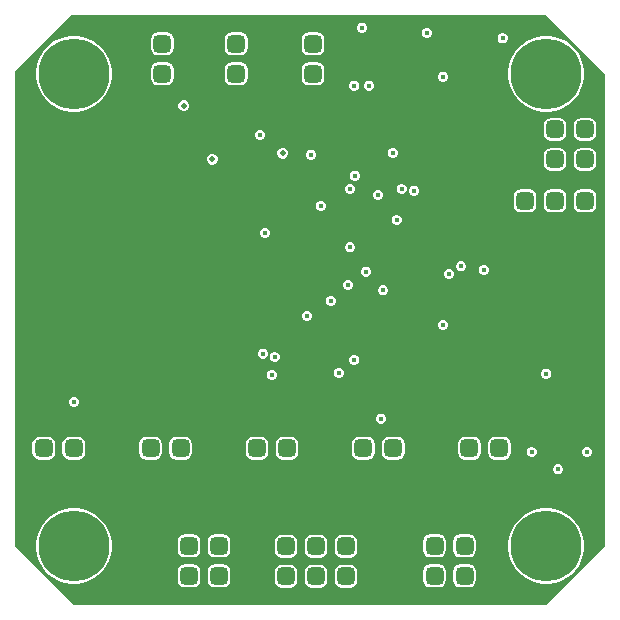
<source format=gbr>
%TF.GenerationSoftware,Altium Limited,Altium Designer,21.5.1 (32)*%
G04 Layer_Physical_Order=2*
G04 Layer_Color=36540*
%FSLAX45Y45*%
%MOMM*%
%TF.SameCoordinates,06A15EC1-A366-40CD-93CB-9F33A424241D*%
%TF.FilePolarity,Positive*%
%TF.FileFunction,Copper,L2,Inr,Signal*%
%TF.Part,Single*%
G01*
G75*
%TA.AperFunction,ComponentPad*%
G04:AMPARAMS|DCode=42|XSize=1.5mm|YSize=1.5mm|CornerRadius=0.375mm|HoleSize=0mm|Usage=FLASHONLY|Rotation=180.000|XOffset=0mm|YOffset=0mm|HoleType=Round|Shape=RoundedRectangle|*
%AMROUNDEDRECTD42*
21,1,1.50000,0.75000,0,0,180.0*
21,1,0.75000,1.50000,0,0,180.0*
1,1,0.75000,-0.37500,0.37500*
1,1,0.75000,0.37500,0.37500*
1,1,0.75000,0.37500,-0.37500*
1,1,0.75000,-0.37500,-0.37500*
%
%ADD42ROUNDEDRECTD42*%
G04:AMPARAMS|DCode=43|XSize=1.5mm|YSize=1.5mm|CornerRadius=0.375mm|HoleSize=0mm|Usage=FLASHONLY|Rotation=270.000|XOffset=0mm|YOffset=0mm|HoleType=Round|Shape=RoundedRectangle|*
%AMROUNDEDRECTD43*
21,1,1.50000,0.75000,0,0,270.0*
21,1,0.75000,1.50000,0,0,270.0*
1,1,0.75000,-0.37500,-0.37500*
1,1,0.75000,-0.37500,0.37500*
1,1,0.75000,0.37500,0.37500*
1,1,0.75000,0.37500,-0.37500*
%
%ADD43ROUNDEDRECTD43*%
%TA.AperFunction,ViaPad*%
%ADD44C,6.00000*%
%ADD45C,0.45000*%
%ADD46C,0.50000*%
%ADD47C,0.60000*%
G36*
X7100000Y5550000D02*
Y1550000D01*
X6600000Y1050000D01*
X2600000D01*
X2100000Y1550000D01*
Y5575000D01*
X2575000Y6050000D01*
X6600000D01*
X7100000Y5550000D01*
D02*
G37*
%LPC*%
G36*
X5048454Y5982500D02*
X5031546D01*
X5015926Y5976030D01*
X5003970Y5964074D01*
X4997500Y5948454D01*
Y5931546D01*
X5003970Y5915926D01*
X5015926Y5903970D01*
X5031546Y5897500D01*
X5048454D01*
X5064074Y5903970D01*
X5076030Y5915926D01*
X5082500Y5931546D01*
Y5948454D01*
X5076030Y5964074D01*
X5064074Y5976030D01*
X5048454Y5982500D01*
D02*
G37*
G36*
X5596454Y5935300D02*
X5579546D01*
X5563926Y5928830D01*
X5551970Y5916874D01*
X5545500Y5901254D01*
Y5884346D01*
X5551970Y5868726D01*
X5563926Y5856770D01*
X5579546Y5850300D01*
X5596454D01*
X5612074Y5856770D01*
X5624030Y5868726D01*
X5630500Y5884346D01*
Y5901254D01*
X5624030Y5916874D01*
X5612074Y5928830D01*
X5596454Y5935300D01*
D02*
G37*
G36*
X6238454Y5892500D02*
X6221546D01*
X6205926Y5886030D01*
X6193970Y5874074D01*
X6187500Y5858454D01*
Y5841546D01*
X6193970Y5825926D01*
X6205926Y5813970D01*
X6221546Y5807500D01*
X6238454D01*
X6254074Y5813970D01*
X6266030Y5825926D01*
X6272500Y5841546D01*
Y5858454D01*
X6266030Y5874074D01*
X6254074Y5886030D01*
X6238454Y5892500D01*
D02*
G37*
G36*
X4662500Y5900126D02*
X4587500D01*
X4565065Y5895664D01*
X4546045Y5882955D01*
X4533336Y5863935D01*
X4528874Y5841500D01*
Y5766500D01*
X4533336Y5744065D01*
X4546045Y5725045D01*
X4565065Y5712337D01*
X4587500Y5707874D01*
X4662500D01*
X4684935Y5712337D01*
X4703955Y5725045D01*
X4716663Y5744065D01*
X4721126Y5766500D01*
Y5841500D01*
X4716663Y5863935D01*
X4703955Y5882955D01*
X4684935Y5895664D01*
X4662500Y5900126D01*
D02*
G37*
G36*
X4012500D02*
X3937500D01*
X3915065Y5895664D01*
X3896045Y5882955D01*
X3883336Y5863935D01*
X3878874Y5841500D01*
Y5766500D01*
X3883336Y5744065D01*
X3896045Y5725045D01*
X3915065Y5712337D01*
X3937500Y5707874D01*
X4012500D01*
X4034935Y5712337D01*
X4053955Y5725045D01*
X4066663Y5744065D01*
X4071126Y5766500D01*
Y5841500D01*
X4066663Y5863935D01*
X4053955Y5882955D01*
X4034935Y5895664D01*
X4012500Y5900126D01*
D02*
G37*
G36*
X3387500D02*
X3312500D01*
X3290065Y5895664D01*
X3271045Y5882955D01*
X3258336Y5863935D01*
X3253874Y5841500D01*
Y5766500D01*
X3258336Y5744065D01*
X3271045Y5725045D01*
X3290065Y5712337D01*
X3312500Y5707874D01*
X3387500D01*
X3409935Y5712337D01*
X3428955Y5725045D01*
X3441663Y5744065D01*
X3446126Y5766500D01*
Y5841500D01*
X3441663Y5863935D01*
X3428955Y5882955D01*
X3409935Y5895664D01*
X3387500Y5900126D01*
D02*
G37*
G36*
X5733454Y5567500D02*
X5716546D01*
X5700926Y5561030D01*
X5688970Y5549074D01*
X5682500Y5533454D01*
Y5516546D01*
X5688970Y5500926D01*
X5700926Y5488970D01*
X5716546Y5482500D01*
X5733454D01*
X5749074Y5488970D01*
X5761030Y5500926D01*
X5767500Y5516546D01*
Y5533454D01*
X5761030Y5549074D01*
X5749074Y5561030D01*
X5733454Y5567500D01*
D02*
G37*
G36*
X4662500Y5646126D02*
X4587500D01*
X4565065Y5641664D01*
X4546045Y5628955D01*
X4533336Y5609935D01*
X4528874Y5587500D01*
Y5512500D01*
X4533336Y5490065D01*
X4546045Y5471045D01*
X4565065Y5458337D01*
X4587500Y5453874D01*
X4662500D01*
X4684935Y5458337D01*
X4703955Y5471045D01*
X4716663Y5490065D01*
X4721126Y5512500D01*
Y5587500D01*
X4716663Y5609935D01*
X4703955Y5628955D01*
X4684935Y5641664D01*
X4662500Y5646126D01*
D02*
G37*
G36*
X4012500D02*
X3937500D01*
X3915065Y5641664D01*
X3896045Y5628955D01*
X3883336Y5609935D01*
X3878874Y5587500D01*
Y5512500D01*
X3883336Y5490065D01*
X3896045Y5471045D01*
X3915065Y5458337D01*
X3937500Y5453874D01*
X4012500D01*
X4034935Y5458337D01*
X4053955Y5471045D01*
X4066663Y5490065D01*
X4071126Y5512500D01*
Y5587500D01*
X4066663Y5609935D01*
X4053955Y5628955D01*
X4034935Y5641664D01*
X4012500Y5646126D01*
D02*
G37*
G36*
X3387500D02*
X3312500D01*
X3290065Y5641664D01*
X3271045Y5628955D01*
X3258336Y5609935D01*
X3253874Y5587500D01*
Y5512500D01*
X3258336Y5490065D01*
X3271045Y5471045D01*
X3290065Y5458337D01*
X3312500Y5453874D01*
X3387500D01*
X3409935Y5458337D01*
X3428955Y5471045D01*
X3441663Y5490065D01*
X3446126Y5512500D01*
Y5587500D01*
X3441663Y5609935D01*
X3428955Y5628955D01*
X3409935Y5641664D01*
X3387500Y5646126D01*
D02*
G37*
G36*
X5108454Y5492500D02*
X5091546D01*
X5075926Y5486030D01*
X5063970Y5474074D01*
X5057500Y5458454D01*
Y5441546D01*
X5063970Y5425926D01*
X5075926Y5413970D01*
X5091546Y5407500D01*
X5108454D01*
X5124074Y5413970D01*
X5136030Y5425926D01*
X5142500Y5441546D01*
Y5458454D01*
X5136030Y5474074D01*
X5124074Y5486030D01*
X5108454Y5492500D01*
D02*
G37*
G36*
X4983454D02*
X4966546D01*
X4950926Y5486030D01*
X4938970Y5474074D01*
X4932500Y5458454D01*
Y5441546D01*
X4938970Y5425926D01*
X4950926Y5413970D01*
X4966546Y5407500D01*
X4983454D01*
X4999074Y5413970D01*
X5011030Y5425926D01*
X5017500Y5441546D01*
Y5458454D01*
X5011030Y5474074D01*
X4999074Y5486030D01*
X4983454Y5492500D01*
D02*
G37*
G36*
X3538951Y5325000D02*
X3521049D01*
X3504510Y5318149D01*
X3491851Y5305491D01*
X3485000Y5288951D01*
Y5271049D01*
X3491851Y5254510D01*
X3504510Y5241851D01*
X3521049Y5235000D01*
X3538951D01*
X3555490Y5241851D01*
X3568149Y5254510D01*
X3575000Y5271049D01*
Y5288951D01*
X3568149Y5305491D01*
X3555490Y5318149D01*
X3538951Y5325000D01*
D02*
G37*
G36*
X6625185Y5870000D02*
X6574815D01*
X6525066Y5862120D01*
X6477163Y5846555D01*
X6432284Y5823688D01*
X6391534Y5794082D01*
X6355918Y5758466D01*
X6326311Y5717716D01*
X6303444Y5672837D01*
X6287879Y5624933D01*
X6280000Y5575184D01*
Y5524815D01*
X6287879Y5475066D01*
X6303444Y5427162D01*
X6326311Y5382283D01*
X6355918Y5341534D01*
X6391534Y5305918D01*
X6432284Y5276311D01*
X6477163Y5253444D01*
X6525066Y5237879D01*
X6574815Y5230000D01*
X6625185D01*
X6674934Y5237879D01*
X6722837Y5253444D01*
X6767716Y5276311D01*
X6808466Y5305918D01*
X6844082Y5341534D01*
X6873689Y5382283D01*
X6896556Y5427162D01*
X6912121Y5475066D01*
X6920000Y5524815D01*
Y5575184D01*
X6912121Y5624933D01*
X6896556Y5672837D01*
X6873689Y5717716D01*
X6844082Y5758466D01*
X6808466Y5794082D01*
X6767716Y5823688D01*
X6722837Y5846555D01*
X6674934Y5862120D01*
X6625185Y5870000D01*
D02*
G37*
G36*
X2625185D02*
X2574816D01*
X2525067Y5862120D01*
X2477163Y5846555D01*
X2432284Y5823688D01*
X2391534Y5794082D01*
X2355918Y5758466D01*
X2326312Y5717716D01*
X2303444Y5672837D01*
X2287880Y5624933D01*
X2280000Y5575184D01*
Y5524815D01*
X2287880Y5475066D01*
X2303444Y5427162D01*
X2326312Y5382283D01*
X2355918Y5341534D01*
X2391534Y5305918D01*
X2432284Y5276311D01*
X2477163Y5253444D01*
X2525067Y5237879D01*
X2574816Y5230000D01*
X2625185D01*
X2674934Y5237879D01*
X2722838Y5253444D01*
X2767717Y5276311D01*
X2808466Y5305918D01*
X2844082Y5341534D01*
X2873689Y5382283D01*
X2896556Y5427162D01*
X2912121Y5475066D01*
X2920000Y5524815D01*
Y5575184D01*
X2912121Y5624933D01*
X2896556Y5672837D01*
X2873689Y5717716D01*
X2844082Y5758466D01*
X2808466Y5794082D01*
X2767717Y5823688D01*
X2722838Y5846555D01*
X2674934Y5862120D01*
X2625185Y5870000D01*
D02*
G37*
G36*
X4186754Y5071700D02*
X4169846D01*
X4154226Y5065230D01*
X4142270Y5053274D01*
X4135800Y5037654D01*
Y5020746D01*
X4142270Y5005126D01*
X4154226Y4993170D01*
X4169846Y4986700D01*
X4186754D01*
X4202374Y4993170D01*
X4214330Y5005126D01*
X4220800Y5020746D01*
Y5037654D01*
X4214330Y5053274D01*
X4202374Y5065230D01*
X4186754Y5071700D01*
D02*
G37*
G36*
X6966500Y5175126D02*
X6891500D01*
X6869065Y5170663D01*
X6850045Y5157954D01*
X6837337Y5138934D01*
X6832874Y5116499D01*
Y5041499D01*
X6837337Y5019064D01*
X6850045Y5000044D01*
X6869065Y4987336D01*
X6891500Y4982873D01*
X6966500D01*
X6988935Y4987336D01*
X7007955Y5000044D01*
X7020664Y5019064D01*
X7025126Y5041499D01*
Y5116499D01*
X7020664Y5138934D01*
X7007955Y5157954D01*
X6988935Y5170663D01*
X6966500Y5175126D01*
D02*
G37*
G36*
X6712500D02*
X6637500D01*
X6615065Y5170663D01*
X6596045Y5157954D01*
X6583337Y5138934D01*
X6578874Y5116499D01*
Y5041499D01*
X6583337Y5019064D01*
X6596045Y5000044D01*
X6615065Y4987336D01*
X6637500Y4982873D01*
X6712500D01*
X6734935Y4987336D01*
X6753955Y5000044D01*
X6766664Y5019064D01*
X6771126Y5041499D01*
Y5116499D01*
X6766664Y5138934D01*
X6753955Y5157954D01*
X6734935Y5170663D01*
X6712500Y5175126D01*
D02*
G37*
G36*
X5308454Y4922500D02*
X5291546D01*
X5275926Y4916030D01*
X5263970Y4904074D01*
X5257500Y4888454D01*
Y4871546D01*
X5263970Y4855926D01*
X5275926Y4843970D01*
X5291546Y4837500D01*
X5308454D01*
X5324074Y4843970D01*
X5336030Y4855926D01*
X5342500Y4871546D01*
Y4888454D01*
X5336030Y4904074D01*
X5324074Y4916030D01*
X5308454Y4922500D01*
D02*
G37*
G36*
X4377751Y4921800D02*
X4359849D01*
X4343310Y4914949D01*
X4330651Y4902290D01*
X4323800Y4885751D01*
Y4867849D01*
X4330651Y4851310D01*
X4343310Y4838651D01*
X4359849Y4831800D01*
X4377751D01*
X4394290Y4838651D01*
X4406949Y4851310D01*
X4413800Y4867849D01*
Y4885751D01*
X4406949Y4902290D01*
X4394290Y4914949D01*
X4377751Y4921800D01*
D02*
G37*
G36*
X4618554Y4906600D02*
X4601646D01*
X4586026Y4900130D01*
X4574070Y4888174D01*
X4567600Y4872554D01*
Y4855646D01*
X4574070Y4840026D01*
X4586026Y4828070D01*
X4601646Y4821600D01*
X4618554D01*
X4634174Y4828070D01*
X4646130Y4840026D01*
X4652600Y4855646D01*
Y4872554D01*
X4646130Y4888174D01*
X4634174Y4900130D01*
X4618554Y4906600D01*
D02*
G37*
G36*
X3780851Y4871000D02*
X3762949D01*
X3746410Y4864149D01*
X3733751Y4851490D01*
X3726900Y4834951D01*
Y4817049D01*
X3733751Y4800510D01*
X3746410Y4787851D01*
X3762949Y4781000D01*
X3780851D01*
X3797390Y4787851D01*
X3810049Y4800510D01*
X3816900Y4817049D01*
Y4834951D01*
X3810049Y4851490D01*
X3797390Y4864149D01*
X3780851Y4871000D01*
D02*
G37*
G36*
X6966500Y4921126D02*
X6891500D01*
X6869065Y4916663D01*
X6850045Y4903954D01*
X6837337Y4884934D01*
X6832874Y4862499D01*
Y4787499D01*
X6837337Y4765064D01*
X6850045Y4746044D01*
X6869065Y4733336D01*
X6891500Y4728873D01*
X6966500D01*
X6988935Y4733336D01*
X7007955Y4746044D01*
X7020664Y4765064D01*
X7025126Y4787499D01*
Y4862499D01*
X7020664Y4884934D01*
X7007955Y4903954D01*
X6988935Y4916663D01*
X6966500Y4921126D01*
D02*
G37*
G36*
X6712500D02*
X6637500D01*
X6615065Y4916663D01*
X6596045Y4903954D01*
X6583337Y4884934D01*
X6578874Y4862499D01*
Y4787499D01*
X6583337Y4765064D01*
X6596045Y4746044D01*
X6615065Y4733336D01*
X6637500Y4728873D01*
X6712500D01*
X6734935Y4733336D01*
X6753955Y4746044D01*
X6766664Y4765064D01*
X6771126Y4787499D01*
Y4862499D01*
X6766664Y4884934D01*
X6753955Y4903954D01*
X6734935Y4916663D01*
X6712500Y4921126D01*
D02*
G37*
G36*
X4986854Y4728800D02*
X4969946D01*
X4954326Y4722330D01*
X4942370Y4710374D01*
X4935900Y4694754D01*
Y4677846D01*
X4942370Y4662226D01*
X4954326Y4650270D01*
X4969946Y4643800D01*
X4986854D01*
X5002474Y4650270D01*
X5014430Y4662226D01*
X5020900Y4677846D01*
Y4694754D01*
X5014430Y4710374D01*
X5002474Y4722330D01*
X4986854Y4728800D01*
D02*
G37*
G36*
X5383454Y4617500D02*
X5366546D01*
X5350926Y4611030D01*
X5338970Y4599074D01*
X5332500Y4583454D01*
Y4566546D01*
X5338970Y4550926D01*
X5350926Y4538970D01*
X5366546Y4532500D01*
X5383454D01*
X5399074Y4538970D01*
X5411030Y4550926D01*
X5417500Y4566546D01*
Y4583454D01*
X5411030Y4599074D01*
X5399074Y4611030D01*
X5383454Y4617500D01*
D02*
G37*
G36*
X4946355D02*
X4929448D01*
X4913827Y4611030D01*
X4901872Y4599074D01*
X4895402Y4583454D01*
Y4566546D01*
X4901872Y4550926D01*
X4913827Y4538970D01*
X4929448Y4532500D01*
X4946355D01*
X4961976Y4538970D01*
X4973931Y4550926D01*
X4980401Y4566546D01*
Y4583454D01*
X4973931Y4599074D01*
X4961976Y4611030D01*
X4946355Y4617500D01*
D02*
G37*
G36*
X5488454Y4602500D02*
X5471546D01*
X5455926Y4596030D01*
X5443970Y4584074D01*
X5437500Y4568454D01*
Y4551546D01*
X5443970Y4535926D01*
X5455926Y4523970D01*
X5471546Y4517500D01*
X5488454D01*
X5504074Y4523970D01*
X5516030Y4535926D01*
X5522500Y4551546D01*
Y4568454D01*
X5516030Y4584074D01*
X5504074Y4596030D01*
X5488454Y4602500D01*
D02*
G37*
G36*
X5183455Y4567499D02*
X5166548D01*
X5150927Y4561028D01*
X5138972Y4549073D01*
X5132502Y4533452D01*
Y4516545D01*
X5138972Y4500925D01*
X5150927Y4488969D01*
X5166548Y4482499D01*
X5183455D01*
X5199075Y4488969D01*
X5211031Y4500925D01*
X5217501Y4516545D01*
Y4533452D01*
X5211031Y4549073D01*
X5199075Y4561028D01*
X5183455Y4567499D01*
D02*
G37*
G36*
X4698454Y4472500D02*
X4681546D01*
X4665926Y4466030D01*
X4653970Y4454074D01*
X4647500Y4438454D01*
Y4421546D01*
X4653970Y4405926D01*
X4665926Y4393970D01*
X4681546Y4387500D01*
X4698454D01*
X4714074Y4393970D01*
X4726030Y4405926D01*
X4732500Y4421546D01*
Y4438454D01*
X4726030Y4454074D01*
X4714074Y4466030D01*
X4698454Y4472500D01*
D02*
G37*
G36*
X6966500Y4571126D02*
X6891500D01*
X6869065Y4566663D01*
X6850045Y4553955D01*
X6837337Y4534935D01*
X6832874Y4512500D01*
Y4437500D01*
X6837337Y4415065D01*
X6850045Y4396045D01*
X6869065Y4383336D01*
X6891500Y4378874D01*
X6966500D01*
X6988935Y4383336D01*
X7007955Y4396045D01*
X7020664Y4415065D01*
X7025126Y4437500D01*
Y4512500D01*
X7020664Y4534935D01*
X7007955Y4553955D01*
X6988935Y4566663D01*
X6966500Y4571126D01*
D02*
G37*
G36*
X6712500D02*
X6637500D01*
X6615065Y4566663D01*
X6596045Y4553955D01*
X6583337Y4534935D01*
X6578874Y4512500D01*
Y4437500D01*
X6583337Y4415065D01*
X6596045Y4396045D01*
X6615065Y4383336D01*
X6637500Y4378874D01*
X6712500D01*
X6734935Y4383336D01*
X6753955Y4396045D01*
X6766664Y4415065D01*
X6771126Y4437500D01*
Y4512500D01*
X6766664Y4534935D01*
X6753955Y4553955D01*
X6734935Y4566663D01*
X6712500Y4571126D01*
D02*
G37*
G36*
X6458500D02*
X6383500D01*
X6361065Y4566663D01*
X6342045Y4553955D01*
X6329337Y4534935D01*
X6324874Y4512500D01*
Y4437500D01*
X6329337Y4415065D01*
X6342045Y4396045D01*
X6361065Y4383336D01*
X6383500Y4378874D01*
X6458500D01*
X6480935Y4383336D01*
X6499955Y4396045D01*
X6512664Y4415065D01*
X6517126Y4437500D01*
Y4512500D01*
X6512664Y4534935D01*
X6499955Y4553955D01*
X6480935Y4566663D01*
X6458500Y4571126D01*
D02*
G37*
G36*
X5340955Y4352500D02*
X5324048D01*
X5308427Y4346030D01*
X5296472Y4334074D01*
X5290001Y4318454D01*
Y4301546D01*
X5296472Y4285926D01*
X5308427Y4273970D01*
X5324048Y4267500D01*
X5340955D01*
X5356575Y4273970D01*
X5368531Y4285926D01*
X5375001Y4301546D01*
Y4318454D01*
X5368531Y4334074D01*
X5356575Y4346030D01*
X5340955Y4352500D01*
D02*
G37*
G36*
X4228454Y4242500D02*
X4211546D01*
X4195926Y4236030D01*
X4183970Y4224074D01*
X4177500Y4208454D01*
Y4191546D01*
X4183970Y4175926D01*
X4195926Y4163970D01*
X4211546Y4157500D01*
X4228454D01*
X4244074Y4163970D01*
X4256030Y4175926D01*
X4262500Y4191546D01*
Y4208454D01*
X4256030Y4224074D01*
X4244074Y4236030D01*
X4228454Y4242500D01*
D02*
G37*
G36*
X4948454Y4122500D02*
X4931546D01*
X4915926Y4116030D01*
X4903970Y4104074D01*
X4897500Y4088454D01*
Y4071546D01*
X4903970Y4055926D01*
X4915926Y4043970D01*
X4931546Y4037500D01*
X4948454D01*
X4964074Y4043970D01*
X4976030Y4055926D01*
X4982500Y4071546D01*
Y4088454D01*
X4976030Y4104074D01*
X4964074Y4116030D01*
X4948454Y4122500D01*
D02*
G37*
G36*
X5886014Y3961720D02*
X5869106D01*
X5853486Y3955250D01*
X5841530Y3943294D01*
X5835060Y3927674D01*
Y3910766D01*
X5841530Y3895146D01*
X5853486Y3883190D01*
X5869106Y3876720D01*
X5886014D01*
X5901634Y3883190D01*
X5913590Y3895146D01*
X5920060Y3910766D01*
Y3927674D01*
X5913590Y3943294D01*
X5901634Y3955250D01*
X5886014Y3961720D01*
D02*
G37*
G36*
X6078454Y3932500D02*
X6061546D01*
X6045926Y3926030D01*
X6033970Y3914074D01*
X6027500Y3898454D01*
Y3881546D01*
X6033970Y3865926D01*
X6045926Y3853970D01*
X6061546Y3847500D01*
X6078454D01*
X6094074Y3853970D01*
X6106030Y3865926D01*
X6112500Y3881546D01*
Y3898454D01*
X6106030Y3914074D01*
X6094074Y3926030D01*
X6078454Y3932500D01*
D02*
G37*
G36*
X5083454Y3917500D02*
X5066546D01*
X5050926Y3911030D01*
X5038970Y3899074D01*
X5032500Y3883454D01*
Y3866546D01*
X5038970Y3850926D01*
X5050926Y3838970D01*
X5066546Y3832500D01*
X5083454D01*
X5099074Y3838970D01*
X5111030Y3850926D01*
X5117500Y3866546D01*
Y3883454D01*
X5111030Y3899074D01*
X5099074Y3911030D01*
X5083454Y3917500D01*
D02*
G37*
G36*
X5783454Y3895399D02*
X5766546D01*
X5750926Y3888929D01*
X5738970Y3876974D01*
X5732500Y3861353D01*
Y3844446D01*
X5738970Y3828825D01*
X5750926Y3816870D01*
X5766546Y3810400D01*
X5783454D01*
X5799074Y3816870D01*
X5811030Y3828825D01*
X5817500Y3844446D01*
Y3861353D01*
X5811030Y3876974D01*
X5799074Y3888929D01*
X5783454Y3895399D01*
D02*
G37*
G36*
X4928454Y3802500D02*
X4911546D01*
X4895926Y3796030D01*
X4883970Y3784074D01*
X4877500Y3768454D01*
Y3751546D01*
X4883970Y3735926D01*
X4895926Y3723970D01*
X4911546Y3717500D01*
X4928454D01*
X4944074Y3723970D01*
X4956030Y3735926D01*
X4962500Y3751546D01*
Y3768454D01*
X4956030Y3784074D01*
X4944074Y3796030D01*
X4928454Y3802500D01*
D02*
G37*
G36*
X5224322Y3758368D02*
X5207415D01*
X5191794Y3751898D01*
X5179839Y3739942D01*
X5173369Y3724322D01*
Y3707415D01*
X5179839Y3691794D01*
X5191794Y3679839D01*
X5207415Y3673369D01*
X5224322D01*
X5239943Y3679839D01*
X5251898Y3691794D01*
X5258368Y3707415D01*
Y3724322D01*
X5251898Y3739942D01*
X5239943Y3751898D01*
X5224322Y3758368D01*
D02*
G37*
G36*
X4783454Y3667500D02*
X4766546D01*
X4750926Y3661030D01*
X4738970Y3649074D01*
X4732500Y3633454D01*
Y3616546D01*
X4738970Y3600926D01*
X4750926Y3588970D01*
X4766546Y3582500D01*
X4783454D01*
X4799074Y3588970D01*
X4811030Y3600926D01*
X4817500Y3616546D01*
Y3633454D01*
X4811030Y3649074D01*
X4799074Y3661030D01*
X4783454Y3667500D01*
D02*
G37*
G36*
X4583454Y3542500D02*
X4566546D01*
X4550926Y3536030D01*
X4538970Y3524074D01*
X4532500Y3508454D01*
Y3491546D01*
X4538970Y3475926D01*
X4550926Y3463970D01*
X4566546Y3457500D01*
X4583454D01*
X4599074Y3463970D01*
X4611030Y3475926D01*
X4617500Y3491546D01*
Y3508454D01*
X4611030Y3524074D01*
X4599074Y3536030D01*
X4583454Y3542500D01*
D02*
G37*
G36*
X5735554Y3465400D02*
X5718646D01*
X5703026Y3458930D01*
X5691070Y3446974D01*
X5684600Y3431354D01*
Y3414446D01*
X5691070Y3398826D01*
X5703026Y3386870D01*
X5718646Y3380400D01*
X5735554D01*
X5751174Y3386870D01*
X5763130Y3398826D01*
X5769600Y3414446D01*
Y3431354D01*
X5763130Y3446974D01*
X5751174Y3458930D01*
X5735554Y3465400D01*
D02*
G37*
G36*
X4208454Y3222500D02*
X4191546D01*
X4175926Y3216030D01*
X4163970Y3204074D01*
X4157500Y3188454D01*
Y3171546D01*
X4163970Y3155926D01*
X4175926Y3143970D01*
X4191546Y3137500D01*
X4208454D01*
X4224074Y3143970D01*
X4236030Y3155926D01*
X4242500Y3171546D01*
Y3188454D01*
X4236030Y3204074D01*
X4224074Y3216030D01*
X4208454Y3222500D01*
D02*
G37*
G36*
X4308454Y3192500D02*
X4291546D01*
X4275926Y3186030D01*
X4263970Y3174074D01*
X4257500Y3158454D01*
Y3141546D01*
X4263970Y3125926D01*
X4275926Y3113970D01*
X4291546Y3107500D01*
X4308454D01*
X4324074Y3113970D01*
X4336030Y3125926D01*
X4342500Y3141546D01*
Y3158454D01*
X4336030Y3174074D01*
X4324074Y3186030D01*
X4308454Y3192500D01*
D02*
G37*
G36*
X4983454Y3167500D02*
X4966546D01*
X4950926Y3161030D01*
X4938970Y3149074D01*
X4932500Y3133454D01*
Y3116546D01*
X4938970Y3100926D01*
X4950926Y3088970D01*
X4966546Y3082500D01*
X4983454D01*
X4999074Y3088970D01*
X5011030Y3100926D01*
X5017500Y3116546D01*
Y3133454D01*
X5011030Y3149074D01*
X4999074Y3161030D01*
X4983454Y3167500D01*
D02*
G37*
G36*
X4850739Y3056914D02*
X4833831D01*
X4818211Y3050444D01*
X4806255Y3038488D01*
X4799785Y3022868D01*
Y3005960D01*
X4806255Y2990340D01*
X4818211Y2978384D01*
X4833831Y2971914D01*
X4850739D01*
X4866359Y2978384D01*
X4878315Y2990340D01*
X4884785Y3005960D01*
Y3022868D01*
X4878315Y3038488D01*
X4866359Y3050444D01*
X4850739Y3056914D01*
D02*
G37*
G36*
X6608454Y3052500D02*
X6591546D01*
X6575926Y3046030D01*
X6563970Y3034074D01*
X6557500Y3018454D01*
Y3001546D01*
X6563970Y2985926D01*
X6575926Y2973970D01*
X6591546Y2967500D01*
X6608454D01*
X6624074Y2973970D01*
X6636030Y2985926D01*
X6642500Y3001546D01*
Y3018454D01*
X6636030Y3034074D01*
X6624074Y3046030D01*
X6608454Y3052500D01*
D02*
G37*
G36*
X4283454Y3042500D02*
X4266546D01*
X4250926Y3036030D01*
X4238970Y3024074D01*
X4232500Y3008454D01*
Y2991546D01*
X4238970Y2975926D01*
X4250926Y2963970D01*
X4266546Y2957500D01*
X4283454D01*
X4299074Y2963970D01*
X4311030Y2975926D01*
X4317500Y2991546D01*
Y3008454D01*
X4311030Y3024074D01*
X4299074Y3036030D01*
X4283454Y3042500D01*
D02*
G37*
G36*
X2611954Y2811100D02*
X2595046D01*
X2579426Y2804630D01*
X2567470Y2792674D01*
X2561000Y2777054D01*
Y2760146D01*
X2567470Y2744526D01*
X2579426Y2732570D01*
X2595046Y2726100D01*
X2611954D01*
X2627574Y2732570D01*
X2639530Y2744526D01*
X2646000Y2760146D01*
Y2777054D01*
X2639530Y2792674D01*
X2627574Y2804630D01*
X2611954Y2811100D01*
D02*
G37*
G36*
X5208454Y2672500D02*
X5191546D01*
X5175926Y2666030D01*
X5163970Y2654074D01*
X5157500Y2638454D01*
Y2621546D01*
X5163970Y2605926D01*
X5175926Y2593970D01*
X5191546Y2587500D01*
X5208454D01*
X5224074Y2593970D01*
X5236030Y2605926D01*
X5242500Y2621546D01*
Y2638454D01*
X5236030Y2654074D01*
X5224074Y2666030D01*
X5208454Y2672500D01*
D02*
G37*
G36*
X6953954Y2388000D02*
X6937046D01*
X6921426Y2381530D01*
X6909470Y2369574D01*
X6903000Y2353954D01*
Y2337046D01*
X6909470Y2321426D01*
X6921426Y2309470D01*
X6937046Y2303000D01*
X6953954D01*
X6969574Y2309470D01*
X6981530Y2321426D01*
X6988000Y2337046D01*
Y2353954D01*
X6981530Y2369574D01*
X6969574Y2381530D01*
X6953954Y2388000D01*
D02*
G37*
G36*
X6483954D02*
X6467047D01*
X6451426Y2381530D01*
X6439470Y2369574D01*
X6433000Y2353954D01*
Y2337046D01*
X6439470Y2321426D01*
X6451426Y2309470D01*
X6467047Y2303000D01*
X6483954D01*
X6499574Y2309470D01*
X6511530Y2321426D01*
X6518000Y2337046D01*
Y2353954D01*
X6511530Y2369574D01*
X6499574Y2381530D01*
X6483954Y2388000D01*
D02*
G37*
G36*
X6241499Y2475126D02*
X6166499D01*
X6144064Y2470664D01*
X6125044Y2457955D01*
X6112335Y2438935D01*
X6107872Y2416500D01*
Y2341500D01*
X6112335Y2319065D01*
X6125044Y2300045D01*
X6144064Y2287337D01*
X6166499Y2282874D01*
X6241499D01*
X6263934Y2287337D01*
X6282954Y2300045D01*
X6295662Y2319065D01*
X6300125Y2341500D01*
Y2416500D01*
X6295662Y2438935D01*
X6282954Y2457955D01*
X6263934Y2470664D01*
X6241499Y2475126D01*
D02*
G37*
G36*
X5987499D02*
X5912499D01*
X5890064Y2470664D01*
X5871044Y2457955D01*
X5858335Y2438935D01*
X5853872Y2416500D01*
Y2341500D01*
X5858335Y2319065D01*
X5871044Y2300045D01*
X5890064Y2287337D01*
X5912499Y2282874D01*
X5987499D01*
X6009934Y2287337D01*
X6028954Y2300045D01*
X6041662Y2319065D01*
X6046125Y2341500D01*
Y2416500D01*
X6041662Y2438935D01*
X6028954Y2457955D01*
X6009934Y2470664D01*
X5987499Y2475126D01*
D02*
G37*
G36*
X5341499D02*
X5266499D01*
X5244064Y2470664D01*
X5225044Y2457955D01*
X5212335Y2438935D01*
X5207872Y2416500D01*
Y2341500D01*
X5212335Y2319065D01*
X5225044Y2300045D01*
X5244064Y2287337D01*
X5266499Y2282874D01*
X5341499D01*
X5363934Y2287337D01*
X5382954Y2300045D01*
X5395662Y2319065D01*
X5400125Y2341500D01*
Y2416500D01*
X5395662Y2438935D01*
X5382954Y2457955D01*
X5363934Y2470664D01*
X5341499Y2475126D01*
D02*
G37*
G36*
X5087499D02*
X5012499D01*
X4990064Y2470664D01*
X4971044Y2457955D01*
X4958335Y2438935D01*
X4953872Y2416500D01*
Y2341500D01*
X4958335Y2319065D01*
X4971044Y2300045D01*
X4990064Y2287337D01*
X5012499Y2282874D01*
X5087499D01*
X5109934Y2287337D01*
X5128954Y2300045D01*
X5141662Y2319065D01*
X5146125Y2341500D01*
Y2416500D01*
X5141662Y2438935D01*
X5128954Y2457955D01*
X5109934Y2470664D01*
X5087499Y2475126D01*
D02*
G37*
G36*
X4441499D02*
X4366499D01*
X4344064Y2470664D01*
X4325044Y2457955D01*
X4312336Y2438935D01*
X4307873Y2416500D01*
Y2341500D01*
X4312336Y2319065D01*
X4325044Y2300045D01*
X4344064Y2287337D01*
X4366499Y2282874D01*
X4441499D01*
X4463934Y2287337D01*
X4482954Y2300045D01*
X4495663Y2319065D01*
X4500125Y2341500D01*
Y2416500D01*
X4495663Y2438935D01*
X4482954Y2457955D01*
X4463934Y2470664D01*
X4441499Y2475126D01*
D02*
G37*
G36*
X4187499D02*
X4112499D01*
X4090064Y2470664D01*
X4071044Y2457955D01*
X4058336Y2438935D01*
X4053873Y2416500D01*
Y2341500D01*
X4058336Y2319065D01*
X4071044Y2300045D01*
X4090064Y2287337D01*
X4112499Y2282874D01*
X4187499D01*
X4209934Y2287337D01*
X4228954Y2300045D01*
X4241663Y2319065D01*
X4246125Y2341500D01*
Y2416500D01*
X4241663Y2438935D01*
X4228954Y2457955D01*
X4209934Y2470664D01*
X4187499Y2475126D01*
D02*
G37*
G36*
X3541499D02*
X3466500D01*
X3444064Y2470664D01*
X3425044Y2457955D01*
X3412336Y2438935D01*
X3407873Y2416500D01*
Y2341500D01*
X3412336Y2319065D01*
X3425044Y2300045D01*
X3444064Y2287337D01*
X3466500Y2282874D01*
X3541499D01*
X3563934Y2287337D01*
X3582954Y2300045D01*
X3595663Y2319065D01*
X3600126Y2341500D01*
Y2416500D01*
X3595663Y2438935D01*
X3582954Y2457955D01*
X3563934Y2470664D01*
X3541499Y2475126D01*
D02*
G37*
G36*
X3287499D02*
X3212500D01*
X3190064Y2470664D01*
X3171044Y2457955D01*
X3158336Y2438935D01*
X3153873Y2416500D01*
Y2341500D01*
X3158336Y2319065D01*
X3171044Y2300045D01*
X3190064Y2287337D01*
X3212500Y2282874D01*
X3287499D01*
X3309934Y2287337D01*
X3328954Y2300045D01*
X3341663Y2319065D01*
X3346126Y2341500D01*
Y2416500D01*
X3341663Y2438935D01*
X3328954Y2457955D01*
X3309934Y2470664D01*
X3287499Y2475126D01*
D02*
G37*
G36*
X2637500D02*
X2562500D01*
X2540065Y2470664D01*
X2521045Y2457955D01*
X2508336Y2438935D01*
X2503874Y2416500D01*
Y2341500D01*
X2508336Y2319065D01*
X2521045Y2300045D01*
X2540065Y2287337D01*
X2562500Y2282874D01*
X2637500D01*
X2659935Y2287337D01*
X2678955Y2300045D01*
X2691663Y2319065D01*
X2696126Y2341500D01*
Y2416500D01*
X2691663Y2438935D01*
X2678955Y2457955D01*
X2659935Y2470664D01*
X2637500Y2475126D01*
D02*
G37*
G36*
X2383500D02*
X2308500D01*
X2286065Y2470664D01*
X2267045Y2457955D01*
X2254336Y2438935D01*
X2249874Y2416500D01*
Y2341500D01*
X2254336Y2319065D01*
X2267045Y2300045D01*
X2286065Y2287337D01*
X2308500Y2282874D01*
X2383500D01*
X2405935Y2287337D01*
X2424955Y2300045D01*
X2437663Y2319065D01*
X2442126Y2341500D01*
Y2416500D01*
X2437663Y2438935D01*
X2424955Y2457955D01*
X2405935Y2470664D01*
X2383500Y2475126D01*
D02*
G37*
G36*
X6708454Y2242500D02*
X6691546D01*
X6675926Y2236030D01*
X6663970Y2224074D01*
X6657500Y2208454D01*
Y2191546D01*
X6663970Y2175926D01*
X6675926Y2163970D01*
X6691546Y2157500D01*
X6708454D01*
X6724074Y2163970D01*
X6736030Y2175926D01*
X6742500Y2191546D01*
Y2208454D01*
X6736030Y2224074D01*
X6724074Y2236030D01*
X6708454Y2242500D01*
D02*
G37*
G36*
X5945500Y1650126D02*
X5870500D01*
X5848065Y1645663D01*
X5829045Y1632955D01*
X5816337Y1613935D01*
X5811874Y1591500D01*
Y1516500D01*
X5816337Y1494065D01*
X5829045Y1475045D01*
X5848065Y1462336D01*
X5870500Y1457874D01*
X5945500D01*
X5967935Y1462336D01*
X5986955Y1475045D01*
X5999664Y1494065D01*
X6004126Y1516500D01*
Y1591500D01*
X5999664Y1613935D01*
X5986955Y1632955D01*
X5967935Y1645663D01*
X5945500Y1650126D01*
D02*
G37*
G36*
X5691500D02*
X5616500D01*
X5594065Y1645663D01*
X5575045Y1632955D01*
X5562337Y1613935D01*
X5557874Y1591500D01*
Y1516500D01*
X5562337Y1494065D01*
X5575045Y1475045D01*
X5594065Y1462336D01*
X5616500Y1457874D01*
X5691500D01*
X5713935Y1462336D01*
X5732955Y1475045D01*
X5745664Y1494065D01*
X5750126Y1516500D01*
Y1591500D01*
X5745664Y1613935D01*
X5732955Y1632955D01*
X5713935Y1645663D01*
X5691500Y1650126D01*
D02*
G37*
G36*
X3866500D02*
X3791500D01*
X3769065Y1645663D01*
X3750045Y1632955D01*
X3737336Y1613935D01*
X3732874Y1591500D01*
Y1516500D01*
X3737336Y1494065D01*
X3750045Y1475045D01*
X3769065Y1462336D01*
X3791500Y1457874D01*
X3866500D01*
X3888935Y1462336D01*
X3907955Y1475045D01*
X3920663Y1494065D01*
X3925126Y1516500D01*
Y1591500D01*
X3920663Y1613935D01*
X3907955Y1632955D01*
X3888935Y1645663D01*
X3866500Y1650126D01*
D02*
G37*
G36*
X3612500D02*
X3537500D01*
X3515065Y1645663D01*
X3496045Y1632955D01*
X3483336Y1613935D01*
X3478874Y1591500D01*
Y1516500D01*
X3483336Y1494065D01*
X3496045Y1475045D01*
X3515065Y1462336D01*
X3537500Y1457874D01*
X3612500D01*
X3634935Y1462336D01*
X3653955Y1475045D01*
X3666663Y1494065D01*
X3671126Y1516500D01*
Y1591500D01*
X3666663Y1613935D01*
X3653955Y1632955D01*
X3634935Y1645663D01*
X3612500Y1650126D01*
D02*
G37*
G36*
X4941500Y1646126D02*
X4866500D01*
X4844065Y1641663D01*
X4825045Y1628955D01*
X4812337Y1609935D01*
X4807874Y1587500D01*
Y1512500D01*
X4812337Y1490065D01*
X4825045Y1471045D01*
X4844065Y1458336D01*
X4866500Y1453874D01*
X4941500D01*
X4963935Y1458336D01*
X4982955Y1471045D01*
X4995664Y1490065D01*
X5000126Y1512500D01*
Y1587500D01*
X4995664Y1609935D01*
X4982955Y1628955D01*
X4963935Y1641663D01*
X4941500Y1646126D01*
D02*
G37*
G36*
X4687500D02*
X4612500D01*
X4590065Y1641663D01*
X4571045Y1628955D01*
X4558337Y1609935D01*
X4553874Y1587500D01*
Y1512500D01*
X4558337Y1490065D01*
X4571045Y1471045D01*
X4590065Y1458336D01*
X4612500Y1453874D01*
X4687500D01*
X4709935Y1458336D01*
X4728955Y1471045D01*
X4741664Y1490065D01*
X4746126Y1512500D01*
Y1587500D01*
X4741664Y1609935D01*
X4728955Y1628955D01*
X4709935Y1641663D01*
X4687500Y1646126D01*
D02*
G37*
G36*
X4433500D02*
X4358500D01*
X4336065Y1641663D01*
X4317045Y1628955D01*
X4304337Y1609935D01*
X4299874Y1587500D01*
Y1512500D01*
X4304337Y1490065D01*
X4317045Y1471045D01*
X4336065Y1458336D01*
X4358500Y1453874D01*
X4433500D01*
X4455935Y1458336D01*
X4474955Y1471045D01*
X4487664Y1490065D01*
X4492126Y1512500D01*
Y1587500D01*
X4487664Y1609935D01*
X4474955Y1628955D01*
X4455935Y1641663D01*
X4433500Y1646126D01*
D02*
G37*
G36*
X6625185Y1870000D02*
X6574815D01*
X6525066Y1862120D01*
X6477163Y1846556D01*
X6432284Y1823689D01*
X6391534Y1794082D01*
X6355918Y1758466D01*
X6326311Y1717716D01*
X6303444Y1672837D01*
X6287879Y1624934D01*
X6280000Y1575185D01*
Y1524815D01*
X6287879Y1475066D01*
X6303444Y1427163D01*
X6326311Y1382283D01*
X6355918Y1341534D01*
X6391534Y1305918D01*
X6432284Y1276311D01*
X6477163Y1253444D01*
X6525066Y1237879D01*
X6574815Y1230000D01*
X6625185D01*
X6674934Y1237879D01*
X6722837Y1253444D01*
X6767716Y1276311D01*
X6808466Y1305918D01*
X6844082Y1341534D01*
X6873689Y1382283D01*
X6896556Y1427163D01*
X6912121Y1475066D01*
X6920000Y1524815D01*
Y1575185D01*
X6912121Y1624934D01*
X6896556Y1672837D01*
X6873689Y1717716D01*
X6844082Y1758466D01*
X6808466Y1794082D01*
X6767716Y1823689D01*
X6722837Y1846556D01*
X6674934Y1862120D01*
X6625185Y1870000D01*
D02*
G37*
G36*
X2625185D02*
X2574816D01*
X2525067Y1862120D01*
X2477163Y1846556D01*
X2432284Y1823689D01*
X2391534Y1794082D01*
X2355918Y1758466D01*
X2326312Y1717716D01*
X2303444Y1672837D01*
X2287880Y1624934D01*
X2280000Y1575185D01*
Y1524815D01*
X2287880Y1475066D01*
X2303444Y1427163D01*
X2326312Y1382283D01*
X2355918Y1341534D01*
X2391534Y1305918D01*
X2432284Y1276311D01*
X2477163Y1253444D01*
X2525067Y1237879D01*
X2574816Y1230000D01*
X2625185D01*
X2674934Y1237879D01*
X2722838Y1253444D01*
X2767717Y1276311D01*
X2808466Y1305918D01*
X2844082Y1341534D01*
X2873689Y1382283D01*
X2896556Y1427163D01*
X2912121Y1475066D01*
X2920000Y1524815D01*
Y1575185D01*
X2912121Y1624934D01*
X2896556Y1672837D01*
X2873689Y1717716D01*
X2844082Y1758466D01*
X2808466Y1794082D01*
X2767717Y1823689D01*
X2722838Y1846556D01*
X2674934Y1862120D01*
X2625185Y1870000D01*
D02*
G37*
G36*
X5945500Y1396126D02*
X5870500D01*
X5848065Y1391663D01*
X5829045Y1378955D01*
X5816337Y1359935D01*
X5811874Y1337500D01*
Y1262500D01*
X5816337Y1240065D01*
X5829045Y1221045D01*
X5848065Y1208336D01*
X5870500Y1203874D01*
X5945500D01*
X5967935Y1208336D01*
X5986955Y1221045D01*
X5999664Y1240065D01*
X6004126Y1262500D01*
Y1337500D01*
X5999664Y1359935D01*
X5986955Y1378955D01*
X5967935Y1391663D01*
X5945500Y1396126D01*
D02*
G37*
G36*
X5691500D02*
X5616500D01*
X5594065Y1391663D01*
X5575045Y1378955D01*
X5562337Y1359935D01*
X5557874Y1337500D01*
Y1262500D01*
X5562337Y1240065D01*
X5575045Y1221045D01*
X5594065Y1208336D01*
X5616500Y1203874D01*
X5691500D01*
X5713935Y1208336D01*
X5732955Y1221045D01*
X5745664Y1240065D01*
X5750126Y1262500D01*
Y1337500D01*
X5745664Y1359935D01*
X5732955Y1378955D01*
X5713935Y1391663D01*
X5691500Y1396126D01*
D02*
G37*
G36*
X3866500D02*
X3791500D01*
X3769065Y1391663D01*
X3750045Y1378955D01*
X3737336Y1359935D01*
X3732874Y1337500D01*
Y1262500D01*
X3737336Y1240065D01*
X3750045Y1221045D01*
X3769065Y1208336D01*
X3791500Y1203874D01*
X3866500D01*
X3888935Y1208336D01*
X3907955Y1221045D01*
X3920663Y1240065D01*
X3925126Y1262500D01*
Y1337500D01*
X3920663Y1359935D01*
X3907955Y1378955D01*
X3888935Y1391663D01*
X3866500Y1396126D01*
D02*
G37*
G36*
X3612500D02*
X3537500D01*
X3515065Y1391663D01*
X3496045Y1378955D01*
X3483336Y1359935D01*
X3478874Y1337500D01*
Y1262500D01*
X3483336Y1240065D01*
X3496045Y1221045D01*
X3515065Y1208336D01*
X3537500Y1203874D01*
X3612500D01*
X3634935Y1208336D01*
X3653955Y1221045D01*
X3666663Y1240065D01*
X3671126Y1262500D01*
Y1337500D01*
X3666663Y1359935D01*
X3653955Y1378955D01*
X3634935Y1391663D01*
X3612500Y1396126D01*
D02*
G37*
G36*
X4941500Y1392126D02*
X4866500D01*
X4844065Y1387663D01*
X4825045Y1374955D01*
X4812337Y1355935D01*
X4807874Y1333500D01*
Y1258500D01*
X4812337Y1236065D01*
X4825045Y1217045D01*
X4844065Y1204336D01*
X4866500Y1199874D01*
X4941500D01*
X4963935Y1204336D01*
X4982955Y1217045D01*
X4995664Y1236065D01*
X5000126Y1258500D01*
Y1333500D01*
X4995664Y1355935D01*
X4982955Y1374955D01*
X4963935Y1387663D01*
X4941500Y1392126D01*
D02*
G37*
G36*
X4687500D02*
X4612500D01*
X4590065Y1387663D01*
X4571045Y1374955D01*
X4558337Y1355935D01*
X4553874Y1333500D01*
Y1258500D01*
X4558337Y1236065D01*
X4571045Y1217045D01*
X4590065Y1204336D01*
X4612500Y1199874D01*
X4687500D01*
X4709935Y1204336D01*
X4728955Y1217045D01*
X4741664Y1236065D01*
X4746126Y1258500D01*
Y1333500D01*
X4741664Y1355935D01*
X4728955Y1374955D01*
X4709935Y1387663D01*
X4687500Y1392126D01*
D02*
G37*
G36*
X4433500D02*
X4358500D01*
X4336065Y1387663D01*
X4317045Y1374955D01*
X4304337Y1355935D01*
X4299874Y1333500D01*
Y1258500D01*
X4304337Y1236065D01*
X4317045Y1217045D01*
X4336065Y1204336D01*
X4358500Y1199874D01*
X4433500D01*
X4455935Y1204336D01*
X4474955Y1217045D01*
X4487664Y1236065D01*
X4492126Y1258500D01*
Y1333500D01*
X4487664Y1355935D01*
X4474955Y1374955D01*
X4455935Y1387663D01*
X4433500Y1392126D01*
D02*
G37*
%LPD*%
D42*
X3096000Y5804000D02*
D03*
X3350000D02*
D03*
Y5550000D02*
D03*
X3096000D02*
D03*
X3721000Y5804000D02*
D03*
X3975000D02*
D03*
Y5550000D02*
D03*
X3721000D02*
D03*
X4371000Y5804000D02*
D03*
X4625000D02*
D03*
Y5550000D02*
D03*
X4371000D02*
D03*
X6675000Y5078999D02*
D03*
X6929000D02*
D03*
Y4824999D02*
D03*
X6675000D02*
D03*
X6421000Y5078999D02*
D03*
Y4824999D02*
D03*
X5654000Y1554000D02*
D03*
X5908000D02*
D03*
Y1300000D02*
D03*
X5654000D02*
D03*
X5400000Y1554000D02*
D03*
Y1300000D02*
D03*
X4650000Y1550000D02*
D03*
X4904000D02*
D03*
Y1296000D02*
D03*
X4650000D02*
D03*
X4396000Y1550000D02*
D03*
Y1296000D02*
D03*
X3575000Y1554000D02*
D03*
X3829000D02*
D03*
Y1300000D02*
D03*
X3575000D02*
D03*
X3321000Y1554000D02*
D03*
Y1300000D02*
D03*
D43*
X5949999Y2125000D02*
D03*
Y2379000D02*
D03*
X6203999D02*
D03*
Y2125000D02*
D03*
X3249999D02*
D03*
Y2379000D02*
D03*
X3503999D02*
D03*
Y2125000D02*
D03*
X2346000D02*
D03*
Y2379000D02*
D03*
X2600000D02*
D03*
Y2125000D02*
D03*
X5049999D02*
D03*
Y2379000D02*
D03*
X5303999D02*
D03*
Y2125000D02*
D03*
X4149999D02*
D03*
Y2379000D02*
D03*
X4403999D02*
D03*
Y2125000D02*
D03*
X6929000Y4475000D02*
D03*
X6675000D02*
D03*
X6421000D02*
D03*
X6167000D02*
D03*
D44*
X2600000Y1550000D02*
D03*
X6600000D02*
D03*
X2600000Y5550000D02*
D03*
X6600000D02*
D03*
D45*
X2603500Y2768600D02*
D03*
X2590800Y2984500D02*
D03*
X5588000Y5892800D02*
D03*
X5041900Y5702300D02*
D03*
X4610100Y4864100D02*
D03*
X4978400Y4686300D02*
D03*
X4178300Y5029200D02*
D03*
X5877560Y3919220D02*
D03*
X5040000Y5940000D02*
D03*
X4220000Y4200000D02*
D03*
X3920000Y4560000D02*
D03*
X4360000Y4550000D02*
D03*
X4200000Y3180000D02*
D03*
Y3700000D02*
D03*
X5700000Y4170000D02*
D03*
X5375000Y4575000D02*
D03*
X5480000Y4560000D02*
D03*
X5332501Y4310000D02*
D03*
X4690000Y4430000D02*
D03*
X6600000Y3010000D02*
D03*
X4300000Y3150000D02*
D03*
X6990000Y2830000D02*
D03*
X6100000Y5520000D02*
D03*
X5300000Y4880000D02*
D03*
X4940000Y4080000D02*
D03*
X4920000Y3760000D02*
D03*
X6230000Y5850000D02*
D03*
X6070000Y3890000D02*
D03*
X5727100Y3272900D02*
D03*
Y3422900D02*
D03*
X6945500Y2345500D02*
D03*
X6475500D02*
D03*
X6700000Y2200000D02*
D03*
X6535000Y3945000D02*
D03*
X5630000Y2610000D02*
D03*
X3925002Y3265002D02*
D03*
X4670000Y4664998D02*
D03*
X5200000Y2630000D02*
D03*
X4975000Y5450000D02*
D03*
Y3125000D02*
D03*
X4275000Y3000000D02*
D03*
X4842285Y3014414D02*
D03*
X5215868Y3715868D02*
D03*
X5775000Y3852900D02*
D03*
X5175001Y4524999D02*
D03*
X4937901Y4575000D02*
D03*
X4775000Y3625000D02*
D03*
X5075000Y3875000D02*
D03*
X5725000Y5525000D02*
D03*
X5100000Y5450000D02*
D03*
X4575000Y3500000D02*
D03*
D46*
X4368800Y4876800D02*
D03*
X3771900Y4826000D02*
D03*
X3530000Y5280000D02*
D03*
D47*
X2387508Y1461983D02*
D03*
X2688017Y1337508D02*
D03*
X2387508Y1638017D02*
D03*
X2511983Y1337508D02*
D03*
Y1762492D02*
D03*
X2812492Y1638017D02*
D03*
Y1461983D02*
D03*
X2688017Y1762492D02*
D03*
X6387508Y1461983D02*
D03*
X6688017Y1337508D02*
D03*
X6511983D02*
D03*
X6812492Y1638017D02*
D03*
X6511983Y1762492D02*
D03*
X6812492Y1461983D02*
D03*
X6688017Y1762492D02*
D03*
X6387508Y1638017D02*
D03*
X2812492Y5638017D02*
D03*
X2387508Y5461983D02*
D03*
Y5638017D02*
D03*
X2511983Y5337507D02*
D03*
Y5762492D02*
D03*
X2688017D02*
D03*
Y5337507D02*
D03*
X2812492Y5461983D02*
D03*
X6511983Y5337507D02*
D03*
X6387508Y5461983D02*
D03*
Y5638017D02*
D03*
X6511983Y5762492D02*
D03*
X6688017D02*
D03*
X6812492Y5638017D02*
D03*
Y5461983D02*
D03*
X6688017Y5337507D02*
D03*
%TF.MD5,fbdacd8e84755f7c7bb48b89a55a5cbc*%
M02*

</source>
